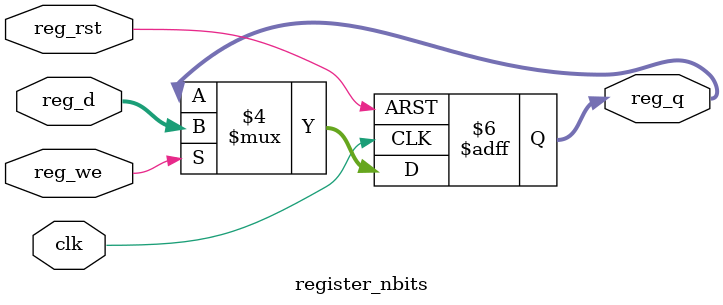
<source format=v>
`timescale 1ns / 1ps


module register_nbits #(
parameter NUM_BITS=32)
(
    input clk,
    input reg_rst,
    input reg_we,
    input [NUM_BITS-1:0] reg_d,
    output reg [NUM_BITS-1:0]  reg_q
    );    
	initial reg_q=0;//only for simulation
    always@(posedge clk or negedge reg_rst)
    begin
        if(!reg_rst)
            reg_q<=0;
        else if(reg_we)
        begin
            reg_q<=reg_d;            
        end
    end
endmodule

</source>
